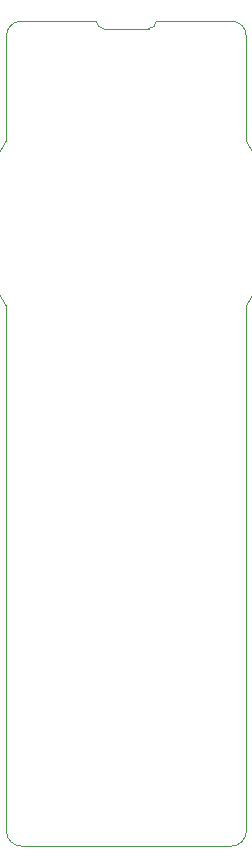
<source format=gm1>
%TF.GenerationSoftware,KiCad,Pcbnew,(5.1.9)-1*%
%TF.CreationDate,2021-05-18T21:14:01+08:00*%
%TF.ProjectId,SmartWatchRedux-E-SMT,536d6172-7457-4617-9463-685265647578,rev?*%
%TF.SameCoordinates,Original*%
%TF.FileFunction,Profile,NP*%
%FSLAX46Y46*%
G04 Gerber Fmt 4.6, Leading zero omitted, Abs format (unit mm)*
G04 Created by KiCad (PCBNEW (5.1.9)-1) date 2021-05-18 21:14:01*
%MOMM*%
%LPD*%
G01*
G04 APERTURE LIST*
%TA.AperFunction,Profile*%
%ADD10C,0.050000*%
%TD*%
G04 APERTURE END LIST*
D10*
X127000000Y-96520000D02*
X126999999Y-52069999D01*
X106680001Y-52069999D02*
X106680000Y-96520000D01*
X106680000Y-29210000D02*
X106680001Y-38100001D01*
X127000000Y-38100000D02*
X127000000Y-29210000D01*
X126999998Y-38100001D02*
G75*
G02*
X126999999Y-52069999I-10159998J-6984999D01*
G01*
X106680002Y-52069999D02*
G75*
G02*
X106680001Y-38100001I10159998J6984999D01*
G01*
X114935000Y-28575000D02*
X118745000Y-28575000D01*
X119380000Y-27940000D02*
G75*
G02*
X118745000Y-28575000I-635000J0D01*
G01*
X114935000Y-28575000D02*
G75*
G02*
X114300000Y-27940000I0J635000D01*
G01*
X125730000Y-27940000D02*
G75*
G02*
X127000000Y-29210000I0J-1270000D01*
G01*
X106680000Y-29210000D02*
G75*
G02*
X107950000Y-27940000I1270000J0D01*
G01*
X107950000Y-27940000D02*
X114300000Y-27940000D01*
X125730000Y-27940000D02*
X119380000Y-27940000D01*
X125730000Y-97790000D02*
X107950000Y-97790000D01*
X127000000Y-96520000D02*
G75*
G02*
X125730000Y-97790000I-1270000J0D01*
G01*
X107950000Y-97790000D02*
G75*
G02*
X106680000Y-96520000I0J1270000D01*
G01*
M02*

</source>
